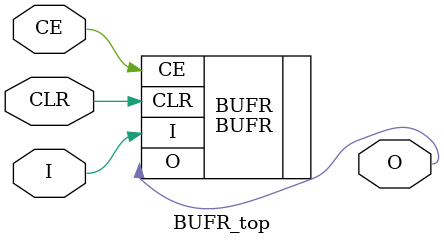
<source format=v>
`timescale 1ns / 1ps


module BUFR_top #(
       parameter BUFR_DIVIDE = "BYPASS",   // Values: "BYPASS, 1, 2, 3, 4, 5, 6, 7, 8" 
       parameter SIM_DEVICE = "7SERIES"  // Must be set to "7SERIES" 
    ) 
    (
        input I,
        input CE,
        input CLR,
        output O
);
    
       BUFR #(
       .BUFR_DIVIDE(BUFR_DIVIDE),   // Values: "BYPASS, 1, 2, 3, 4, 5, 6, 7, 8" 
       .SIM_DEVICE(SIM_DEVICE)  // Must be set to "7SERIES" 
    )
    BUFR (
       .O(O),     // 1-bit output: Clock output port
       .CE(CE),   // 1-bit input: Active high, clock enable (Divided modes only)
       .CLR(CLR), // 1-bit input: Active high, asynchronous clear (Divided modes only)
       .I(I)      // 1-bit input: Clock buffer input driven by an IBUF, MMCM or local interconnect
    );

endmodule

</source>
